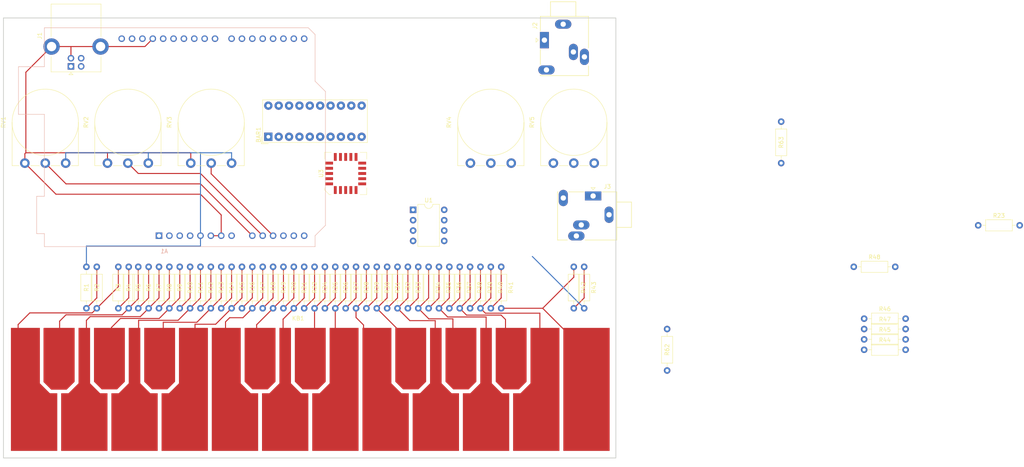
<source format=kicad_pcb>
(kicad_pcb (version 20211014) (generator pcbnew)
  (layers (0 "F.Cu" signal) (31 "B.Cu" signal) (34 "B.Paste" user) (35 "F.Paste" user) (36 "B.SilkS" user "B.Silkscreen") (37 "F.SilkS" user "F.Silkscreen") (38 "B.Mask" user) (39 "F.Mask" user) (44 "Edge.Cuts" user))
  (net 0 "")
  (net 5 "VCC")
  (net 6 "GND")
  (net 8 "POT_ATK")
  (net 9 "POT_REL")
  (net 10 "POT_WAV")
  (net 11 "Net-(A1-Pad12)")
  (net 13 "D_SYNTH")
  (net 31 "Net-(BAR1-Pad1)")
  (net 32 "Net-(BAR1-Pad11)")
  (net 33 "Net-(BAR1-Pad12)")
  (net 34 "Net-(BAR1-Pad13)")
  (net 35 "Net-(BAR1-Pad14)")
  (net 36 "Net-(BAR1-Pad15)")
  (net 37 "Net-(BAR1-Pad16)")
  (net 38 "Net-(BAR1-Pad17)")
  (net 39 "Net-(BAR1-Pad18)")
  (net 40 "Net-(BAR1-Pad19)")
  (net 41 "Net-(BAR1-Pad20)")
  (net 42 "Net-(C3-Pad1)")
  (net 43 "A_SYNTH")
  (net 44 "KB_IN")
  (net 46 "AUDIO_OUT")
  (net 52 "Net-(R1-Pad2)")
  (net 53 "PAD_F3")
  (net 54 "PAD_F#3")
  (net 55 "Net-(R7-Pad2)")
  (net 56 "Net-(R10-Pad1)")
  (net 57 "PAD_G3")
  (net 58 "Net-(R13-Pad2)")
  (net 59 "PAD_G#3")
  (net 60 "Net-(R19-Pad2)")
  (net 61 "PAD_A3")
  (net 62 "Net-(R28-Pad2)")
  (net 63 "PAD_A#3")
  (net 64 "Net-(R32-Pad2)")
  (net 66 "PAD_B3")
  (net 67 "Net-(R38-Pad2)")
  (net 68 "PAD_C4")
  (net 69 "Net-(R44-Pad2)")
  (net 70 "PRE_AMP")
  (net 73 "Net-(R62-Pad2)")
  (net 74 "Net-(R62-Pad1)")
  (net 75 "PAD_C#4")
  (net 76 "Net-(R3-Pad2)")
  (net 77 "Net-(R5-Pad2)")
  (net 78 "PAD_D4")
  (net 79 "PAD_D#4")
  (net 80 "Net-(R11-Pad2)")
  (net 81 "PAD_E4")
  (net 82 "PAD_F4")
  (net 83 "Net-(R15-Pad2)")
  (net 84 "Net-(R17-Pad2)")
  (net 85 "PAD_F#4")
  (net 86 "PAD_G4")
  (net 87 "Net-(R21-Pad2)")
  (net 88 "Net-(R24-Pad2)")
  (net 89 "Net-(R26-Pad2)")
  (net 90 "PAD_G#4")
  (net 91 "PAD_A4")
  (net 92 "Net-(R30-Pad2)")
  (net 93 "PAD_A#4")
  (net 94 "Net-(R34-Pad2)")
  (net 95 "Net-(R36-Pad2)")
  (net 96 "PAD_B4")
  (net 97 "PAD_C5")
  (net 98 "Net-(R40-Pad2)")
  (net 99 "Net-(R42-Pad2)")
  (net 100 "Net-(R46-Pad2)")
  (net 101 "Net-(J1-Pad1)")
  (footprint "Resistor_THT:R_Axial_DIN0207_L6.3mm_D2.5mm_P10.16mm_Horizontal" (layer "F.Cu") (at 231.14 99.06)
    (fp_text reference "R45")
    (fp_text value "50k")
  )
  (footprint "Resistor_THT:R_Axial_DIN0207_L6.3mm_D2.5mm_P10.16mm_Horizontal" (layer "F.Cu") (at 106.68 81.28 -90)
    (fp_text reference "R27")
    (fp_text value "75")
  )
  (footprint "Resistor_THT:R_Axial_DIN0207_L6.3mm_D2.5mm_P10.16mm_Horizontal" (layer "F.Cu") (at 71.12 81.28 -90)
    (fp_text reference "R12")
    (fp_text value "0")
  )
  (footprint "Resistor_THT:R_Axial_DIN0207_L6.3mm_D2.5mm_P10.16mm_Horizontal" (layer "F.Cu") (at 160.02 81.28 -90)
    (fp_text reference "R42")
    (fp_text value "12k")
  )
  (footprint "Resistor_THT:R_Axial_DIN0207_L6.3mm_D2.5mm_P10.16mm_Horizontal" (layer "F.Cu") (at 231.14 101.6)
    (fp_text reference "R44")
    (fp_text value "10k")
  )
  (footprint "Resistor_THT:R_Axial_DIN0207_L6.3mm_D2.5mm_P10.16mm_Horizontal" (layer "F.Cu") (at 231.14 96.52)
    (fp_text reference "R47")
    (fp_text value "50k")
  )
  (footprint "Resistor_THT:R_Axial_DIN0207_L6.3mm_D2.5mm_P10.16mm_Horizontal" (layer "F.Cu") (at 121.92 81.28 -90)
    (fp_text reference "R33")
    (fp_text value "120")
  )
  (footprint "Resistor_THT:R_Axial_DIN0207_L6.3mm_D2.5mm_P10.16mm_Horizontal" (layer "F.Cu") (at 129.54 81.28 -90)
    (fp_text reference "R36")
    (fp_text value "2.2k")
  )
  (footprint "Resistor_THT:R_Axial_DIN0207_L6.3mm_D2.5mm_P10.16mm_Horizontal" (layer "F.Cu") (at 93.98 81.28 -90)
    (fp_text reference "R21")
    (fp_text value "1.3k")
  )
  (footprint "Resistor_THT:R_Axial_DIN0207_L6.3mm_D2.5mm_P10.16mm_Horizontal" (layer "F.Cu") (at 53.34 81.28 -90)
    (fp_text reference "R5")
    (fp_text value "1.1k")
  )
  (footprint "Resistor_THT:R_Axial_DIN0207_L6.3mm_D2.5mm_P10.16mm_Horizontal" (layer "F.Cu") (at 73.66 81.28 -90)
    (fp_text reference "R13")
    (fp_text value "680")
  )
  (footprint "Resistor_THT:R_Axial_DIN0207_L6.3mm_D2.5mm_P10.16mm_Horizontal" (layer "F.Cu") (at 210.82 45.72 -90)
    (fp_text reference "R63")
    (fp_text value "240")
  )
  (footprint "Resistor_THT:R_Axial_DIN0207_L6.3mm_D2.5mm_P10.16mm_Horizontal" (layer "F.Cu") (at 68.58 81.28 -90)
    (fp_text reference "R11")
    (fp_text value "1k")
  )
  (footprint "Resistor_THT:R_Axial_DIN0207_L6.3mm_D2.5mm_P10.16mm_Horizontal" (layer "F.Cu") (at 96.52 81.28 -90)
    (fp_text reference "R22")
    (fp_text value "110")
  )
  (footprint "Resistor_THT:R_Axial_DIN0207_L6.3mm_D2.5mm_P10.16mm_Horizontal" (layer "F.Cu") (at 134.62 81.28 -90)
    (fp_text reference "R38")
    (fp_text value "2.2k")
  )
  (footprint "Display:HDSP-4832" (layer "F.Cu") (at 85.1975 49.4225 90)
    (fp_text reference "BAR1")
    (fp_text value "HDSP-4832_2")
  )
  (footprint "Resistor_THT:R_Axial_DIN0207_L6.3mm_D2.5mm_P10.16mm_Horizontal" (layer "F.Cu") (at 142.24 81.28 -90)
    (fp_text reference "R41")
    (fp_text value "160")
  )
  (footprint "Resistor_THT:R_Axial_DIN0207_L6.3mm_D2.5mm_P10.16mm_Horizontal" (layer "F.Cu") (at 228.6 81.28)
    (fp_text reference "R48")
    (fp_text value "100k")
  )
  (footprint "Connector_USB:USB_B_Lumberg_2411_02_Horizontal" (layer "F.Cu") (at 36.85 32.1875 90)
    (fp_text reference "J1")
    (fp_text value "USB_B")
  )
  (footprint "Resistor_THT:R_Axial_DIN0207_L6.3mm_D2.5mm_P10.16mm_Horizontal" (layer "F.Cu") (at 55.88 81.28 -90)
    (fp_text reference "R6")
    (fp_text value "20")
  )
  (footprint "keyboard:potm" (layer "F.Cu") (at 165.02 55.88 90)
    (fp_text reference "RV5")
    (fp_text value "10k")
  )
  (footprint "Connector_Audio:Jack_3.5mm_Ledino_KB3SPRS_Horizontal" (layer "F.Cu") (at 152.8225 25.75 -90)
    (fp_text reference "J2")
    (fp_text value "AUDIO")
  )
  (footprint "Resistor_THT:R_Axial_DIN0207_L6.3mm_D2.5mm_P10.16mm_Horizontal" (layer "F.Cu") (at 83.82 81.28 -90)
    (fp_text reference "R17")
    (fp_text value "1.1k")
  )
  (footprint "Resistor_THT:R_Axial_DIN0207_L6.3mm_D2.5mm_P10.16mm_Horizontal" (layer "F.Cu") (at 58.42 81.28 -90)
    (fp_text reference "R7")
    (fp_text value "560")
  )
  (footprint "Resistor_THT:R_Axial_DIN0207_L6.3mm_D2.5mm_P10.16mm_Horizontal" (layer "F.Cu") (at 48.46 81.28 -90)
    (fp_text reference "R3")
    (fp_text value "560")
  )
  (footprint "Resistor_THT:R_Axial_DIN0207_L6.3mm_D2.5mm_P10.16mm_Horizontal" (layer "F.Cu") (at 91.44 81.28 -90)
    (fp_text reference "R20")
    (fp_text value "0")
  )
  (footprint "Resistor_THT:R_Axial_DIN0207_L6.3mm_D2.5mm_P10.16mm_Horizontal" (layer "F.Cu") (at 81.28 81.28 -90)
    (fp_text reference "R16")
    (fp_text value "30")
  )
  (footprint "Resistor_THT:R_Axial_DIN0207_L6.3mm_D2.5mm_P10.16mm_Horizontal" (layer "F.Cu") (at 66.04 81.28 -90)
    (fp_text reference "R10")
    (fp_text value "39")
  )
  (footprint "keyboard:potm" (layer "F.Cu") (at 76.2 55.88 90)
    (fp_text reference "RV3")
    (fp_text value "10k")
  )
  (footprint "Resistor_THT:R_Axial_DIN0207_L6.3mm_D2.5mm_P10.16mm_Horizontal" (layer "F.Cu") (at 78.74 81.28 -90)
    (fp_text reference "R15")
    (fp_text value "1k")
  )
  (footprint "Resistor_THT:R_Axial_DIN0207_L6.3mm_D2.5mm_P10.16mm_Horizontal" (layer "F.Cu") (at 60.96 81.28 -90)
    (fp_text reference "R8")
    (fp_text value "39")
  )
  (footprint "Resistor_THT:R_Axial_DIN0207_L6.3mm_D2.5mm_P10.16mm_Horizontal" (layer "F.Cu") (at 63.5 81.28 -90)
    (fp_text reference "R9")
    (fp_text value "750")
  )
  (footprint "Resistor_THT:R_Axial_DIN0207_L6.3mm_D2.5mm_P10.16mm_Horizontal" (layer "F.Cu") (at 162.56 81.28 -90)
    (fp_text reference "R43")
    (fp_text value "240")
  )
  (footprint "keyboard:potm" (layer "F.Cu") (at 144.7 55.88 90)
    (fp_text reference "RV4")
    (fp_text value "50k")
  )
  (footprint "Resistor_THT:R_Axial_DIN0207_L6.3mm_D2.5mm_P10.16mm_Horizontal" (layer "F.Cu") (at 182.88 96.52 -90)
    (fp_text reference "R62")
    (fp_text value "12k")
  )
  (footprint "Resistor_THT:R_Axial_DIN0207_L6.3mm_D2.5mm_P10.16mm_Horizontal" (layer "F.Cu") (at 101.6 81.28 -90)
    (fp_text reference "R25")
    (fp_text value "68")
  )
  (footprint "keyboard:potm" (layer "F.Cu") (at 35.56 55.88 90)
    (fp_text reference "RV1")
    (fp_text value "10k")
  )
  (footprint "keyboard:potm" (layer "F.Cu") (at 55.8 55.88 90)
    (fp_text reference "RV2")
    (fp_text value "10k")
  )
  (footprint "Resistor_THT:R_Axial_DIN0207_L6.3mm_D2.5mm_P10.16mm_Horizontal" (layer "F.Cu") (at 43.18 81.28 -90)
    (fp_text reference "R2")
    (fp_text value "0")
  )
  (footprint "Resistor_THT:R_Axial_DIN0207_L6.3mm_D2.5mm_P10.16mm_Horizontal" (layer "F.Cu") (at 86.36 81.28 -90)
    (fp_text reference "R18")
    (fp_text value "10")
  )
  (footprint "Connector_Audio:Jack_3.5mm_Ledino_KB3SPRS_Horizontal" (layer "F.Cu") (at 164.75 63.9225 180)
    (fp_text reference "J3")
    (fp_text value "STYLUS")
  )
  (footprint "Resistor_THT:R_Axial_DIN0207_L6.3mm_D2.5mm_P10.16mm_Horizontal" (layer "F.Cu") (at 111.76 81.28 -90)
    (fp_text reference "R29")
    (fp_text value "180")
  )
  (footprint "Resistor_THT:R_Axial_DIN0207_L6.3mm_D2.5mm_P10.16mm_Horizontal" (layer "F.Cu") (at 104.14 81.28 -90)
    (fp_text reference "R26")
    (fp_text value "1.5k")
  )
  (footprint "Resistor_THT:R_Axial_DIN0207_L6.3mm_D2.5mm_P10.16mm_Horizontal" (layer "F.Cu") (at 124.46 81.28 -90)
    (fp_text reference "R34")
    (fp_text value "2.0k")
  )
  (footprint "Resistor_THT:R_Axial_DIN0207_L6.3mm_D2.5mm_P10.16mm_Horizontal" (layer "F.Cu") (at 40.64 81.28 -90)
    (fp_text reference "R1")
    (fp_text value "10k")
  )
  (footprint "Resistor_THT:R_Axial_DIN0207_L6.3mm_D2.5mm_P10.16mm_Horizontal" (layer "F.Cu") (at 76.2 81.28 -90)
    (fp_text reference "R14")
    (fp_text value "47")
  )
  (footprint "Resistor_THT:R_Axial_DIN0207_L6.3mm_D2.5mm_P10.16mm_Horizontal" (layer "F.Cu") (at 99.06 81.28 -90)
    (fp_text reference "R24")
    (fp_text value "1.3k")
  )
  (footprint "Resistor_THT:R_Axial_DIN0207_L6.3mm_D2.5mm_P10.16mm_Horizontal" (layer "F.Cu") (at 231.14 93.98)
    (fp_text reference "R46")
    (fp_text value "10k")
  )
  (footprint "keyboard:keyboard" (layer "F.Cu") (at 92.493447 109.146744)
    (fp_text reference "KB1")
    (fp_text value "keyboard")
  )
  (footprint "Resistor_THT:R_Axial_DIN0207_L6.3mm_D2.5mm_P10.16mm_Horizontal" (layer "F.Cu") (at 109.22 81.28 -90)
    (fp_text reference "R28")
    (fp_text value "1.6k")
  )
  (footprint "Resistor_THT:R_Axial_DIN0207_L6.3mm_D2.5mm_P10.16mm_Horizontal" (layer "F.Cu") (at 119.38 81.28 -90)
    (fp_text reference "R32")
    (fp_text value "1.8k")
  )
  (footprint "Resistor_THT:R_Axial_DIN0207_L6.3mm_D2.5mm_P10.16mm_Horizontal" (layer "F.Cu") (at 137.16 81.28 -90)
    (fp_text reference "R39")
    (fp_text value "30")
  )
  (footprint "Resistor_THT:R_Axial_DIN0207_L6.3mm_D2.5mm_P10.16mm_Horizontal" (layer "F.Cu") (at 127 81.28 -90)
    (fp_text reference "R35")
    (fp_text value "160")
  )
  (footprint "Resistor_THT:R_Axial_DIN0207_L6.3mm_D2.5mm_P10.16mm_Horizontal" (layer "F.Cu") (at 116.84 81.28 -90)
    (fp_text reference "R31")
    (fp_text value "0")
  )
  (footprint "Resistor_THT:R_Axial_DIN0207_L6.3mm_D2.5mm_P10.16mm_Horizontal" (layer "F.Cu") (at 259.08 71.12)
    (fp_text reference "R23")
    (fp_text value "220k")
  )
  (footprint "Resistor_THT:R_Axial_DIN0207_L6.3mm_D2.5mm_P10.16mm_Horizontal" (layer "F.Cu") (at 132.08 81.28 -90)
    (fp_text reference "R37")
    (fp_text value "39")
  )
  (footprint "Resistor_THT:R_Axial_DIN0207_L6.3mm_D2.5mm_P10.16mm_Horizontal" (layer "F.Cu") (at 51 81.28 -90)
    (fp_text reference "R4")
    (fp_text value "10")
  )
  (footprint "Package_DIP:DIP-8_W7.62mm" (layer "F.Cu") (at 120.66 67.32)
    (fp_text reference "U1")
    (fp_text value "NE555P")
  )
  (footprint "Package_LCC:PLCC-20" (layer "F.Cu") (at 104.14 58.42 90)
    (fp_text reference "U3")
    (fp_text value "LM3914V")
  )
  (footprint "Resistor_THT:R_Axial_DIN0207_L6.3mm_D2.5mm_P10.16mm_Horizontal" (layer "F.Cu") (at 88.9 81.28 -90)
    (fp_text reference "R19")
    (fp_text value "1.3k")
  )
  (footprint "Resistor_THT:R_Axial_DIN0207_L6.3mm_D2.5mm_P10.16mm_Horizontal" (layer "F.Cu") (at 139.7 81.28 -90)
    (fp_text reference "R40")
    (fp_text value "2.7k")
  )
  (footprint "Resistor_THT:R_Axial_DIN0207_L6.3mm_D2.5mm_P10.16mm_Horizontal" (layer "F.Cu") (at 114.3 81.28 -90)
    (fp_text reference "R30")
    (fp_text value "1.8k")
  )
  (footprint "Module:Arduino_UNO_R3" (layer "B.Cu") (at 58.42 73.66)
    (fp_text reference "A1")
    (fp_text value "Arduino_UNO_R3")
  )
  (gr_rect (start 20.32 20.32) (end 170.32 128.1) (layer "Edge.Cuts") (width 0.2) (fill none))
  (segment (start 55.88 53.34) (end 55.8 53.42) (width 0.25) (layer "B.Cu") (net 5))
  (segment (start 35.56 53.34) (end 55.88 53.34) (width 0.25) (layer "B.Cu") (net 5))
  (segment (start 40.64 76.2) (end 40.64 81.28) (width 0.25) (layer "B.Cu") (net 5))
  (segment (start 68.58 76.2) (end 40.64 76.2) (width 0.25) (layer "B.Cu") (net 5))
  (segment (start 76.2 53.34) (end 76.2 55.88) (width 0.25) (layer "B.Cu") (net 5))
  (segment (start 55.88 53.34) (end 68.58 53.34) (width 0.25) (layer "B.Cu") (net 5))
  (segment (start 68.58 73.66) (end 68.58 53.34) (width 0.25) (layer "B.Cu") (net 5))
  (segment (start 68.58 73.66) (end 68.58 76.2) (width 0.25) (layer "B.Cu") (net 5))
  (segment (start 35.56 55.88) (end 35.56 53.34) (width 0.25) (layer "B.Cu") (net 5))
  (segment (start 68.58 53.34) (end 76.2 53.34) (width 0.25) (layer "B.Cu") (net 5))
  (segment (start 55.8 53.42) (end 55.8 55.88) (width 0.25) (layer "B.Cu") (net 5))
  (segment (start 45.8 55.88) (end 45.8 53.352362) (width 0.25) (layer "F.Cu") (net 6))
  (segment (start 32.1 27.3275) (end 36.854501 27.3275) (width 0.25) (layer "F.Cu") (net 6))
  (segment (start 54.9725 27.3275) (end 56.9 25.4) (width 0.25) (layer "F.Cu") (net 6))
  (segment (start 36.85 27.332001) (end 36.854501 27.3275) (width 0.25) (layer "F.Cu") (net 6))
  (segment (start 73.66 68.58) (end 73.66 73.66) (width 0.25) (layer "F.Cu") (net 6))
  (segment (start 25.803039 53.34) (end 25.56 53.583039) (width 0.25) (layer "F.Cu") (net 6))
  (segment (start 66.2 53.5) (end 66.04 53.34) (width 0.25) (layer "F.Cu") (net 6))
  (segment (start 66.04 53.34) (end 45.787638 53.34) (width 0.25) (layer "F.Cu") (net 6))
  (segment (start 25.56 53.583039) (end 25.56 55.88) (width 0.25) (layer "F.Cu") (net 6))
  (segment (start 68.58 63.5) (end 73.66 68.58) (width 0.25) (layer "F.Cu") (net 6))
  (segment (start 36.85 30.1875) (end 36.85 27.332001) (width 0.25) (layer "F.Cu") (net 6))
  (segment (start 33.18 63.5) (end 68.58 63.5) (width 0.25) (layer "F.Cu") (net 6))
  (segment (start 25.803039 53.34) (end 25.803039 33.624461) (width 0.25) (layer "F.Cu") (net 6))
  (segment (start 45.787638 53.34) (end 25.803039 53.34) (width 0.25) (layer "F.Cu") (net 6))
  (segment (start 66.2 55.88) (end 66.2 53.5) (width 0.25) (layer "F.Cu") (net 6))
  (segment (start 36.854501 27.3275) (end 44.1 27.3275) (width 0.25) (layer "F.Cu") (net 6))
  (segment (start 45.8 53.352362) (end 45.787638 53.34) (width 0.25) (layer "F.Cu") (net 6))
  (segment (start 25.803039 33.624461) (end 32.1 27.3275) (width 0.25) (layer "F.Cu") (net 6))
  (segment (start 25.56 55.88) (end 33.18 63.5) (width 0.25) (layer "F.Cu") (net 6))
  (segment (start 44.1 27.3275) (end 54.9725 27.3275) (width 0.25) (layer "F.Cu") (net 6))
  (segment (start 73.66 73.66) (end 71.12 73.66) (width 0.25) (layer "F.Cu") (net 6))
  (segment (start 31.729999 29.230001) (end 33.02 27.94) (width 0.25) (layer "B.Cu") (net 6))
  (segment (start 162.56 91.44) (end 149.86 78.74) (width 0.25) (layer "B.Cu") (net 6))
  (segment (start 81.28 73.66) (end 68.58 60.96) (width 0.25) (layer "F.Cu") (net 8))
  (segment (start 35.64 60.96) (end 30.56 55.88) (width 0.25) (layer "F.Cu") (net 8))
  (segment (start 68.58 60.96) (end 35.64 60.96) (width 0.25) (layer "F.Cu") (net 8))
  (segment (start 53.34 58.42) (end 68.58 58.42) (width 0.25) (layer "F.Cu") (net 9))
  (segment (start 50.8 55.88) (end 53.34 58.42) (width 0.25) (layer "F.Cu") (net 9))
  (segment (start 68.58 58.42) (end 83.82 73.66) (width 0.25) (layer "F.Cu") (net 9))
  (segment (start 71.2 58.5) (end 86.36 73.66) (width 0.25) (layer "F.Cu") (net 10))
  (segment (start 71.2 55.88) (end 71.2 58.5) (width 0.25) (layer "F.Cu") (net 10))
  (segment (start 43.18 81.28) (end 43.18 88.9) (width 0.25) (layer "F.Cu") (net 52))
  (segment (start 43.18 88.9) (end 40.64 91.44) (width 0.25) (layer "F.Cu") (net 52))
  (segment (start 43.18 91.44) (end 42.055489 92.564511) (width 0.25) (layer "F.Cu") (net 53))
  (segment (start 48.46 81.28) (end 48.46 86.16) (width 0.25) (layer "F.Cu") (net 53))
  (segment (start 48.46 86.16) (end 43.18 91.44) (width 0.25) (layer "F.Cu") (net 53))
  (segment (start 23.913447 95.41989) (end 23.913447 124.386744) (width 0.25) (layer "F.Cu") (net 53))
  (segment (start 26.768826 92.564511) (end 23.913447 95.41989) (width 0.25) (layer "F.Cu") (net 53))
  (segment (start 42.055489 92.564511) (end 26.768826 92.564511) (width 0.25) (layer "F.Cu") (net 53))
  (segment (start 35.640413 93.03057) (end 34.073447 94.597536) (width 0.25) (layer "F.Cu") (net 54))
  (segment (start 53.34 89.1) (end 51 91.44) (width 0.25) (layer "F.Cu") (net 54))
  (segment (start 34.073447 94.597536) (end 34.073447 109.146744) (width 0.25) (layer "F.Cu") (net 54))
  (segment (start 53.34 81.28) (end 53.34 89.1) (width 0.25) (layer "F.Cu") (net 54))
  (segment (start 51 91.44) (end 49.40943 93.03057) (width 0.25) (layer "F.Cu") (net 54))
  (segment (start 49.40943 93.03057) (end 35.640413 93.03057) (width 0.25) (layer "F.Cu") (net 54))
  (segment (start 60.96 88.9) (end 58.42 91.44) (width 0.25) (layer "F.Cu") (net 55))
  (segment (start 60.96 81.28) (end 60.96 88.9) (width 0.25) (layer "F.Cu") (net 55))
  (segment (start 66.04 81.28) (end 66.04 88.9) (width 0.25) (layer "F.Cu") (net 56))
  (segment (start 66.04 88.9) (end 63.5 91.44) (width 0.25) (layer "F.Cu") (net 56))
  (segment (start 55.88 91.44) (end 53.838266 93.481734) (width 0.25) (layer "F.Cu") (net 57))
  (segment (start 40.64 94.397464) (end 40.64 120.360191) (width 0.25) (layer "F.Cu") (net 57))
  (segment (start 58.42 81.28) (end 58.42 88.9) (width 0.25) (layer "F.Cu") (net 57))
  (segment (start 40.64 120.360191) (end 36.613447 124.386744) (width 0.25) (layer "F.Cu") (net 57))
  (segment (start 58.42 88.9) (end 55.88 91.44) (width 0.25) (layer "F.Cu") (net 57))
  (segment (start 41.55573 93.481734) (end 40.64 94.397464) (width 0.25) (layer "F.Cu") (net 57))
  (segment (start 53.838266 93.481734) (end 41.55573 93.481734) (width 0.25) (layer "F.Cu") (net 57))
  (segment (start 73.66 91.44) (end 76.2 88.9) (width 0.25) (layer "F.Cu") (net 58))
  (segment (start 76.2 88.9) (end 76.2 81.28) (width 0.25) (layer "F.Cu") (net 58))
  (segment (start 46.773447 96.132259) (end 46.773447 109.146744) (width 0.25) (layer "F.Cu") (net 59))
  (segment (start 63.5 88.9) (end 60.96 91.44) (width 0.25) (layer "F.Cu") (net 59))
  (segment (start 58.466541 93.933459) (end 48.972247 93.933459) (width 0.25) (layer "F.Cu") (net 59))
  (segment (start 60.96 91.44) (end 58.466541 93.933459) (width 0.25) (layer "F.Cu") (net 59))
  (segment (start 48.972247 93.933459) (end 46.773447 96.132259) (width 0.25) (layer "F.Cu") (net 59))
  (segment (start 63.5 81.28) (end 63.5 88.9) (width 0.25) (layer "F.Cu") (net 59))
  (segment (start 91.44 88.9) (end 88.9 91.44) (width 0.25) (layer "F.Cu") (net 60))
  (segment (start 91.44 81.28) (end 91.44 88.9) (width 0.25) (layer "F.Cu") (net 60))
  (segment (start 66.04 91.44) (end 63.093114 94.386886) (width 0.25) (layer "F.Cu") (net 61))
  (segment (start 53.420799 97.434811) (end 52.727922 98.127688) (width 0.25) (layer "F.Cu") (net 61))
  (segment (start 68.58 88.9) (end 66.04 91.44) (width 0.25) (layer "F.Cu") (net 61))
  (segment (start 68.58 81.28) (end 68.58 88.9) (width 0.25) (layer "F.Cu") (net 61))
  (segment (start 53.420799 94.386886) (end 53.420799 97.434811) (width 0.25) (layer "F.Cu") (net 61))
  (segment (start 63.093114 94.386886) (end 53.420799 94.386886) (width 0.25) (layer "F.Cu") (net 61))
  (segment (start 111.76 81.28) (end 111.76 88.9) (width 0.25) (layer "F.Cu") (net 62))
  (segment (start 111.76 88.9) (end 109.22 91.44) (width 0.25) (layer "F.Cu") (net 62))
  (segment (start 59.465489 109.138786) (end 59.473447 109.146744) (width 0.25) (layer "F.Cu") (net 63))
  (segment (start 67.688657 94.871343) (end 59.465489 94.871343) (width 0.25) (layer "F.Cu") (net 63))
  (segment (start 73.66 88.9) (end 71.12 91.44) (width 0.25) (layer "F.Cu") (net 63))
  (segment (start 59.465489 94.871343) (end 59.465489 109.138786) (width 0.25) (layer "F.Cu") (net 63))
  (segment (start 73.66 81.28) (end 73.66 88.9) (width 0.25) (layer "F.Cu") (net 63))
  (segment (start 71.12 91.44) (end 67.688657 94.871343) (width 0.25) (layer "F.Cu") (net 63))
  (segment (start 121.92 88.9) (end 121.92 81.28) (width 0.25) (layer "F.Cu") (net 64))
  (segment (start 119.38 91.44) (end 121.92 88.9) (width 0.25) (layer "F.Cu") (net 64))
  (segment (start 67.239629 98.469125) (end 67.323402 98.552898) (width 0.25) (layer "F.Cu") (net 66))
  (segment (start 72.291705 95.348295) (end 67.239629 95.348295) (width 0.25) (layer "F.Cu") (net 66))
  (segment (start 78.74 81.28) (end 78.74 88.9) (width 0.25) (layer "F.Cu") (net 66))
  (segment (start 67.239629 95.348295) (end 67.239629 98.469125) (width 0.25) (layer "F.Cu") (net 66))
  (segment (start 78.74 88.9) (end 76.2 91.44) (width 0.25) (layer "F.Cu") (net 66))
  (segment (start 76.2 91.44) (end 72.291705 95.348295) (width 0.25) (layer "F.Cu") (net 66))
  (segment (start 134.62 91.44) (end 137.16 88.9) (width 0.25) (layer "F.Cu") (net 67))
  (segment (start 137.16 88.9) (end 137.16 81.28) (width 0.25) (layer "F.Cu") (net 67))
  (segment (start 74.713447 94.763215) (end 74.713447 124.386744) (width 0.25) (layer "F.Cu") (net 68))
  (segment (start 81.28 91.44) (end 78.975726 93.744274) (width 0.25) (layer "F.Cu") (net 68))
  (segment (start 75.732388 93.744274) (end 74.713447 94.763215) (width 0.25) (layer "F.Cu") (net 68))
  (segment (start 78.975726 93.744274) (end 75.732388 93.744274) (width 0.25) (layer "F.Cu") (net 68))
  (segment (start 83.82 81.28) (end 83.82 88.9) (width 0.25) (layer "F.Cu") (net 68))
  (segment (start 83.82 88.9) (end 81.28 91.44) (width 0.25) (layer "F.Cu") (net 68))
  (segment (start 82.333447 95.466553) (end 82.333447 109.146744) (width 0.25) (layer "F.Cu") (net 75))
  (segment (start 88.9 81.28) (end 88.9 88.9) (width 0.25) (layer "F.Cu") (net 75))
  (segment (start 86.36 91.44) (end 82.333447 95.466553) (width 0.25) (layer "F.Cu") (net 75))
  (segment (start 88.9 88.9) (end 86.36 91.44) (width 0.25) (layer "F.Cu") (net 75))
  (segment (start 51 81.28) (end 51 88.9) (width 0.25) (layer "F.Cu") (net 76))
  (segment (start 51 88.9) (end 48.46 91.44) (width 0.25) (layer "F.Cu") (net 76))
  (segment (start 55.88 81.28) (end 55.88 88.9) (width 0.25) (layer "F.Cu") (net 77))
  (segment (start 55.88 88.9) (end 53.34 91.44) (width 0.25) (layer "F.Cu") (net 77))
  (segment (start 91.44 91.44) (end 91.44 91.470395) (width 0.25) (layer "F.Cu") (net 78))
  (segment (start 91.44 91.470395) (end 88.818697 94.091698) (width 0.25) (layer "F.Cu") (net 78))
  (segment (start 88.818697 94.091698) (end 88.818697 122.981494) (width 0.25) (layer "F.Cu") (net 78))
  (segment (start 88.818697 122.981494) (end 87.413447 124.386744) (width 0.25) (layer "F.Cu") (net 78))
  (segment (start 93.98 88.9) (end 91.44 91.44) (width 0.25) (layer "F.Cu") (net 78))
  (segment (start 93.98 81.28) (end 93.98 88.9) (width 0.25) (layer "F.Cu") (net 78))
  (segment (start 96.52 107.660191) (end 95.033447 109.146744) (width 0.25) (layer "F.Cu") (net 79))
  (segment (start 99.06 81.28) (end 99.06 88.9) (width 0.25) (layer "F.Cu") (net 79))
  (segment (start 96.52 91.44) (end 96.52 107.660191) (width 0.25) (layer "F.Cu") (net 79))
  (segment (start 99.06 88.9) (end 96.52 91.44) (width 0.25) (layer "F.Cu") (net 79))
  (segment (start 71.12 88.9) (end 71.12 81.28) (width 0.25) (layer "F.Cu") (net 80))
  (segment (start 68.58 91.44) (end 71.12 88.9) (width 0.25) (layer "F.Cu") (net 80))
  (segment (start 104.14 81.28) (end 104.14 88.9) (width 0.25) (layer "F.Cu") (net 81))
  (segment (start 101.6 122.900191) (end 100.113447 124.386744) (width 0.25) (layer "F.Cu") (net 81))
  (segment (start 104.14 88.9) (end 101.6 91.44) (width 0.25) (layer "F.Cu") (net 81))
  (segment (start 101.6 91.44) (end 101.6 122.900191) (width 0.25) (layer "F.Cu") (net 81))
  (segment (start 106.68 93.694453) (end 108.525151 95.539604) (width 0.25) (layer "F.Cu") (net 82))
  (segment (start 109.22 88.9) (end 106.68 91.44) (width 0.25) (layer "F.Cu") (net 82))
  (segment (start 108.525151 95.539604) (end 108.525151 122.638448) (width 0.25) (layer "F.Cu") (net 82))
  (segment (start 108.525151 122.638448) (end 110.273447 124.386744) (width 0.25) (layer "F.Cu") (net 82))
  (segment (start 106.68 91.44) (end 106.68 93.694453) (width 0.25) (layer "F.Cu") (net 82))
  (segment (start 109.22 81.28) (end 109.22 88.9) (width 0.25) (layer "F.Cu") (net 82))
  (segment (start 78.74 91.44) (end 81.28 88.9) (width 0.25) (layer "F.Cu") (net 83))
  (segment (start 81.28 88.9) (end 81.28 81.28) (width 0.25) (layer "F.Cu") (net 83))
  (segment (start 86.36 88.9) (end 83.82 91.44) (width 0.25) (layer "F.Cu") (net 84))
  (segment (start 86.36 81.28) (end 86.36 88.9) (width 0.25) (layer "F.Cu") (net 84))
  (segment (start 111.76 91.44) (end 117.893447 97.573447) (width 0.25) (layer "F.Cu") (net 85))
  (segment (start 114.3 81.28) (end 114.3 88.9) (width 0.25) (layer "F.Cu") (net 85))
  (segment (start 114.3 88.9) (end 111.76 91.44) (width 0.25) (layer "F.Cu") (net 85))
  (segment (start 117.893447 97.573447) (end 117.893447 109.146744) (width 0.25) (layer "F.Cu") (net 85))
  (segment (start 119.864023 94.464023) (end 116.84 91.44) (width 0.25) (layer "F.Cu") (net 86))
  (segment (start 119.38 81.28) (end 119.38 88.9) (width 0.25) (layer "F.Cu") (net 86))
  (segment (start 126.08184 121.278351) (end 126.08184 94.464023) (width 0.25) (layer "F.Cu") (net 86))
  (segment (start 122.973447 124.386744) (end 126.08184 121.278351) (width 0.25) (layer "F.Cu") (net 86))
  (segment (start 119.38 88.9) (end 116.84 91.44) (width 0.25) (layer "F.Cu") (net 86))
  (segment (start 126.08184 94.464023) (end 119.864023 94.464023) (width 0.25) (layer "F.Cu") (net 86))
  (segment (start 96.52 88.9) (end 93.98 91.44) (width 0.25) (layer "F.Cu") (net 87))
  (segment (start 96.52 81.28) (end 96.52 88.9) (width 0.25) (layer "F.Cu") (net 87))
  (segment (start 101.6 88.9) (end 99.06 91.44) (width 0.25) (layer "F.Cu") (net 88))
  (segment (start 101.6 81.28) (end 101.6 88.9) (width 0.25) (layer "F.Cu") (net 88))
  (segment (start 106.68 88.9) (end 104.14 91.44) (width 0.25) (layer "F.Cu") (net 89))
  (segment (start 106.68 81.28) (end 106.68 88.9) (width 0.25) (layer "F.Cu") (net 89))
  (segment (start 124.46 81.28) (end 124.46 88.9) (width 0.25) (layer "F.Cu") (net 90))
  (segment (start 130.593447 109.146744) (end 130.593447 98.232169) (width 0.25) (layer "F.Cu") (net 90))
  (segment (start 130.404536 98.043258) (end 130.404536 94.014503) (width 0.25) (layer "F.Cu") (net 90))
  (segment (start 124.46 88.9) (end 121.92 91.44) (width 0.25) (layer "F.Cu") (net 90))
  (segment (start 130.404536 94.014503) (end 124.494503 94.014503) (width 0.25) (layer "F.Cu") (net 90))
  (segment (start 130.593447 98.232169) (end 130.404536 98.043258) (width 0.25) (layer "F.Cu") (net 90))
  (segment (start 124.494503 94.014503) (end 121.92 91.44) (width 0.25) (layer "F.Cu") (net 90))
  (segment (start 129.124983 93.564983) (end 127 91.44) (width 0.25) (layer "F.Cu") (net 91))
  (segment (start 135.673447 124.386744) (end 138.547289 121.512902) (width 0.25) (layer "F.Cu") (net 91))
  (segment (start 138.547289 93.564983) (end 129.124983 93.564983) (width 0.25) (layer "F.Cu") (net 91))
  (segment (start 138.547289 121.512902) (end 138.547289 93.564983) (width 0.25) (layer "F.Cu") (net 91))
  (segment (start 129.54 88.9) (end 127 91.44) (width 0.25) (layer "F.Cu") (net 91))
  (segment (start 129.54 81.28) (end 129.54 88.9) (width 0.25) (layer "F.Cu") (net 91))
  (segment (start 116.84 88.9) (end 116.84 81.28) (width 0.25) (layer "F.Cu") (net 92))
  (segment (start 114.3 91.44) (end 116.84 88.9) (width 0.25) (layer "F.Cu") (net 92))
  (segment (start 143.293447 109.146744) (end 143.293447 94.188643) (width 0.25) (layer "F.Cu") (net 93))
  (segment (start 143.293447 94.188643) (end 142.220267 93.115463) (width 0.25) (layer "F.Cu") (net 93))
  (segment (start 134.62 88.9) (end 132.08 91.44) (width 0.25) (layer "F.Cu") (net 93))
  (segment (start 134.62 81.28) (end 134.62 88.9) (width 0.25) (layer "F.Cu") (net 93))
  (segment (start 142.220267 93.115463) (end 133.755463 93.115463) (width 0.25) (layer "F.Cu") (net 93))
  (segment (start 133.755463 93.115463) (end 132.08 91.44) (width 0.25) (layer "F.Cu") (net 93))
  (segment (start 124.46 91.44) (end 127 88.9) (width 0.25) (layer "F.Cu") (net 94))
  (segment (start 127 88.9) (end 127 81.28) (width 0.25) (layer "F.Cu") (net 94))
  (segment (start 132.08 88.9) (end 132.08 81.28) (width 0.25) (layer "F.Cu") (net 95))
  (segment (start 129.54 91.44) (end 132.08 88.9) (width 0.25) (layer "F.Cu") (net 95))
  (segment (start 139.7 81.28) (end 139.7 88.9) (width 0.25) (layer "F.Cu") (net 96))
  (segment (start 139.7 88.9) (end 137.16 91.44) (width 0.25) (layer "F.Cu") (net 96))
  (segment (start 137.16 91.44) (end 138.36043 92.64043) (width 0.25) (layer "F.Cu") (net 96))
  (segment (start 138.36043 92.64043) (end 151.705151 92.64043) (width 0.25) (layer "F.Cu") (net 96))
  (segment (start 151.705151 92.64043) (end 151.705151 121.05504) (width 0.25) (layer "F.Cu") (net 96))
  (segment (start 151.705151 121.05504) (end 148.373447 124.386744) (width 0.25) (layer "F.Cu") (net 96))
  (segment (start 152.4 91.44) (end 157.48 96.52) (width 0.25) (layer "F.Cu") (net 97))
  (segment (start 152.4 91.44) (end 142.24 91.44) (width 0.25) (layer "F.Cu") (net 97))
  (segment (start 160.02 81.28) (end 160.02 83.82) (width 0.25) (layer "F.Cu") (net 97))
  (segment (start 160.02 83.82) (end 152.4 91.44) (width 0.25) (layer "F.Cu") (net 97))
  (segment (start 142.24 81.28) (end 142.24 88.9) (width 0.25) (layer "F.Cu") (net 98))
  (segment (start 142.24 88.9) (end 139.7 91.44) (width 0.25) (layer "F.Cu") (net 98))
  (segment (start 162.56 81.28) (end 162.56 88.9) (width 0.25) (layer "F.Cu") (net 99))
  (segment (start 162.56 88.9) (end 160.02 91.44) (width 0.25) (layer "F.Cu") (net 99))
)
</source>
